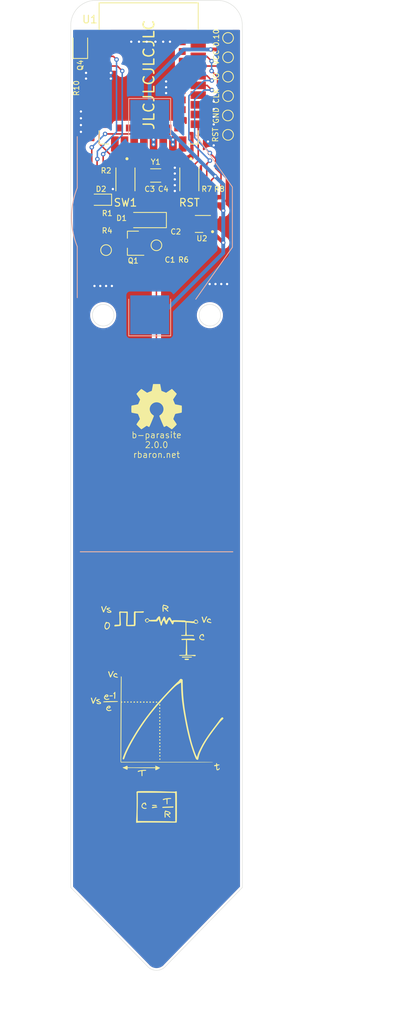
<source format=kicad_pcb>
(kicad_pcb (version 20221018) (generator pcbnew)
  (title_block (title "b-parasite") (date "2023-03-19") (rev "2.0.0") (company "rbaron.net"))
  (layers (0 "F.Cu" signal) (31 "B.Cu" signal) (34 "B.Paste" user) (35 "F.Paste" user) (36 "B.SilkS" user "B.Silkscreen") (37 "F.SilkS" user "F.Silkscreen") (38 "B.Mask" user) (39 "F.Mask" user) (44 "Edge.Cuts" user))
  (net 0 "")
  (net 1 "GND")
  (net 2 "SENS_OUT")
  (net 3 "Net-(U1B-P0.00{slash}XL1)")
  (net 4 "Net-(U1B-P0.01{slash}XL2)")
  (net 5 "Net-(D2-A)")
  (net 6 "+3V0")
  (net 7 "CPARA")
  (net 8 "Net-(Q1-B)")
  (net 9 "PHOTO_V")
  (net 10 "PHOTO_OUT")
  (net 11 "PWM")
  (net 12 "LED")
  (net 13 "SDA")
  (net 14 "SCL")
  (net 15 "RST")
  (net 16 "BTN1")
  (net 17 "SWDIO")
  (net 18 "SWDCLK")
  (net 28 "0.10")
  (footprint "Capacitor_SMD:C_0402_1005Metric" (layer "F.Cu") (at 69.762 59.069 -90)
    (fp_text reference "C1" (at 1.674 0) (layer "F.SilkS") (effects (font (size 0.7 0.7) (thickness 0.12))))
    (fp_text value "1n")
    (pad "1" smd roundrect (at -0.485 0 270) (size 0.59 0.64) (layers "F.Cu" "F.Paste" "F.Mask") (net 2 "SENS_OUT"))
    (pad "2" smd roundrect (at 0.485 0 270) (size 0.59 0.64) (layers "F.Cu" "F.Paste" "F.Mask") (net 1 "GND"))
  )
  (footprint "Resistor_SMD:R_0402_1005Metric" (layer "F.Cu") (at 71.54 59.069 -90)
    (fp_text reference "R6" (at 1.674 0) (layer "F.SilkS") (effects (font (size 0.7 0.7) (thickness 0.12))))
    (fp_text value "1M")
    (pad "1" smd roundrect (at -0.485 0 270) (size 0.59 0.64) (layers "F.Cu" "F.Paste" "F.Mask") (net 2 "SENS_OUT"))
    (pad "2" smd roundrect (at 0.485 0 270) (size 0.59 0.64) (layers "F.Cu" "F.Paste" "F.Mask") (net 1 "GND"))
  )
  (footprint "Resistor_SMD:R_0402_1005Metric" (layer "F.Cu") (at 61.53 57.822 180)
    (fp_text reference "R4" (at 0.015 0.9) (layer "F.SilkS") (effects (font (size 0.7 0.7) (thickness 0.12))))
    (fp_text value "10k")
    (pad "1" smd roundrect (at -0.485 0 180) (size 0.59 0.64) (layers "F.Cu" "F.Paste" "F.Mask") (net 8 "Net-(Q1-B)"))
    (pad "2" smd roundrect (at 0.485 0 180) (size 0.59 0.64) (layers "F.Cu" "F.Paste" "F.Mask") (net 11 "PWM"))
  )
  (footprint "Package_TO_SOT_SMD:SOT-23" (layer "F.Cu") (at 64.936 58.568 180)
    (fp_text reference "Q1" (at 0 -2.302 180) (layer "F.SilkS") (effects (font (size 0.7 0.7) (thickness 0.12))))
    (fp_text value "MMBT3906")
    (pad "1" smd rect (at -1 -0.95 180) (size 0.9 0.8) (layers "F.Cu" "F.Paste" "F.Mask") (net 8 "Net-(Q1-B)"))
    (pad "2" smd rect (at -1 0.95 180) (size 0.9 0.8) (layers "F.Cu" "F.Paste" "F.Mask") (net 7 "CPARA"))
    (pad "3" smd rect (at 1 0 180) (size 0.9 0.8) (layers "F.Cu" "F.Paste" "F.Mask") (net 1 "GND"))
  )
  (footprint "Resistor_SMD:R_0402_1005Metric" (layer "F.Cu") (at 61.53 55.663)
    (fp_text reference "R1" (at 0 -1.016) (layer "F.SilkS") (effects (font (size 0.7 0.7) (thickness 0.12))))
    (fp_text value "10k")
    (pad "1" smd roundrect (at -0.485 0) (size 0.59 0.64) (layers "F.Cu" "F.Paste" "F.Mask") (net 11 "PWM"))
    (pad "2" smd roundrect (at 0.485 0) (size 0.59 0.64) (layers "F.Cu" "F.Paste" "F.Mask") (net 7 "CPARA"))
  )
  (footprint "TestPoint:TestPoint_Pad_D1.0mm" (layer "F.Cu") (at 77.382 36.75 -90)
    (fp_text reference "TP1" hide)
    (fp_text value "IO" (at 0 1.55 90) (layer "F.SilkS") (effects (font (size 0.7 0.7) (thickness 0.12))))
    (pad "1" smd circle (at 0 0 270) (size 1 1) (layers "F.Cu" "F.Mask") (net 17 "SWDIO"))
  )
  (footprint "TestPoint:TestPoint_Pad_D1.0mm" (layer "F.Cu") (at 77.382 39.29 -90)
    (fp_text reference "TP2" hide)
    (fp_text value "CLK" (at 0 1.55 90) (layer "F.SilkS") (effects (font (size 0.7 0.7) (thickness 0.12))))
    (pad "1" smd circle (at 0 0 270) (size 1 1) (layers "F.Cu" "F.Mask") (net 18 "SWDCLK"))
  )
  (footprint "TestPoint:TestPoint_Pad_D1.0mm" (layer "F.Cu") (at 67.984 58.838 180)
    (fp_text reference "TP5" hide)
    (fp_text value "CPARA" hide)
    (pad "1" smd circle (at 0 0 180) (size 1 1) (layers "F.Cu" "F.Mask") (net 7 "CPARA"))
  )
  (footprint "TestPoint:TestPoint_Pad_D1.0mm" (layer "F.Cu") (at 61.38 59.473 180)
    (fp_text reference "TP6" hide)
    (fp_text value "PWM" hide)
    (pad "1" smd circle (at 0 0 180) (size 1 1) (layers "F.Cu" "F.Mask") (net 11 "PWM"))
  )
  (footprint "Resistor_SMD:R_0402_1005Metric" (layer "F.Cu") (at 61.38 50.202 180)
    (fp_text reference "R2" (at 0 1.143 180) (layer "F.SilkS") (effects (font (size 0.7 0.7) (thickness 0.12))))
    (fp_text value "1k" hide)
    (pad "1" smd roundrect (at -0.485 0 180) (size 0.59 0.64) (layers "F.Cu" "F.Paste" "F.Mask") (net 5 "Net-(D2-A)"))
    (pad "2" smd roundrect (at 0.485 0 180) (size 0.59 0.64) (layers "F.Cu" "F.Paste" "F.Mask") (net 12 "LED"))
  )
  (footprint "Capacitor_SMD:C_0402_1005Metric" (layer "F.Cu") (at 70.524 55.432 90)
    (fp_text reference "C2" (at -1.628 0) (layer "F.SilkS") (effects (font (size 0.7 0.7) (thickness 0.12))))
    (fp_text value "100n")
    (pad "1" smd roundrect (at -0.485 0 90) (size 0.59 0.64) (layers "F.Cu" "F.Paste" "F.Mask") (net 6 "+3V0"))
    (pad "2" smd roundrect (at 0.485 0 90) (size 0.59 0.64) (layers "F.Cu" "F.Paste" "F.Mask") (net 1 "GND"))
  )
  (footprint "Crystal:Crystal_SMD_3215-2Pin_3.2x1.5mm" (layer "F.Cu") (at 67.8885 49.694)
    (fp_text reference "Y1" (at 0 -1.778) (layer "F.SilkS") (effects (font (size 0.7 0.7) (thickness 0.12))))
    (fp_text value "32.768kHz")
    (pad "1" smd rect (at 1.25 0) (size 1 1.8) (layers "F.Cu" "F.Paste" "F.Mask") (net 4 "Net-(U1B-P0.01{slash}XL2)"))
    (pad "2" smd rect (at -1.25 0) (size 1 1.8) (layers "F.Cu" "F.Paste" "F.Mask") (net 3 "Net-(U1B-P0.00{slash}XL1)"))
  )
  (footprint "LED_SMD:LED_0603_1608Metric" (layer "F.Cu") (at 60.618 52.869 180)
    (fp_text reference "D2" (at -0.1015 1.397 180) (layer "F.SilkS") (effects (font (size 0.7 0.7) (thickness 0.12))))
    (fp_text value "LED")
    (pad "1" smd roundrect (at -0.7875 0 180) (size 0.875 0.95) (layers "F.Cu" "F.Paste" "F.Mask") (net 1 "GND"))
    (pad "2" smd roundrect (at 0.7875 0 180) (size 0.875 0.95) (layers "F.Cu" "F.Paste" "F.Mask") (net 5 "Net-(D2-A)"))
  )
  (footprint "Capacitor_SMD:C_0402_1005Metric" (layer "F.Cu") (at 68.8845 53.019 -90)
    (fp_text reference "C4" (at -1.547 0) (layer "F.SilkS") (effects (font (size 0.7 0.7) (thickness 0.12))))
    (fp_text value "12p")
    (pad "1" smd roundrect (at -0.485 0 270) (size 0.59 0.64) (layers "F.Cu" "F.Paste" "F.Mask") (net 4 "Net-(U1B-P0.01{slash}XL2)"))
    (pad "2" smd roundrect (at 0.485 0 270) (size 0.59 0.64) (layers "F.Cu" "F.Paste" "F.Mask") (net 1 "GND"))
  )
  (footprint "Capacitor_SMD:C_0402_1005Metric" (layer "F.Cu") (at 67.1065 52.996 90)
    (fp_text reference "C3" (at 1.524 0) (layer "F.SilkS") (effects (font (size 0.7 0.7) (thickness 0.12))))
    (fp_text value "12p")
    (pad "1" smd roundrect (at -0.485 0 90) (size 0.59 0.64) (layers "F.Cu" "F.Paste" "F.Mask") (net 1 "GND"))
    (pad "2" smd roundrect (at 0.485 0 90) (size 0.59 0.64) (layers "F.Cu" "F.Paste" "F.Mask") (net 3 "Net-(U1B-P0.00{slash}XL1)"))
  )
  (footprint "Resistor_SMD:R_0402_1005Metric" (layer "F.Cu") (at 74.588 53.019 -90)
    (fp_text reference "R7" (at -1.547 0) (layer "F.SilkS") (effects (font (size 0.7 0.7) (thickness 0.12))))
    (fp_text value "10k")
    (pad "1" smd roundrect (at -0.485 0 270) (size 0.59 0.64) (layers "F.Cu" "F.Paste" "F.Mask") (net 13 "SDA"))
    (pad "2" smd roundrect (at 0.485 0 270) (size 0.59 0.64) (layers "F.Cu" "F.Paste" "F.Mask") (net 6 "+3V0"))
  )
  (footprint "Resistor_SMD:R_0402_1005Metric" (layer "F.Cu") (at 76.239 53.019 90)
    (fp_text reference "R8" (at 1.547 0) (layer "F.SilkS") (effects (font (size 0.7 0.7) (thickness 0.12))))
    (fp_text value "10k")
    (pad "1" smd roundrect (at -0.485 0 90) (size 0.59 0.64) (layers "F.Cu" "F.Paste" "F.Mask") (net 6 "+3V0"))
    (pad "2" smd roundrect (at 0.485 0 90) (size 0.59 0.64) (layers "F.Cu" "F.Paste" "F.Mask") (net 14 "SCL"))
  )
  (footprint "kicad:Sensirion_DFN-4-1EP_2x2mm_P1mm_EP0.7x1.6mm" (layer "F.Cu") (at 74.08 56.044 180)
    (fp_text reference "U2" (at 0.127 -1.905) (layer "F.SilkS") (effects (font (size 0.7 0.7) (thickness 0.12))))
    (fp_text value "SHTC3")
    (pad "1" smd roundrect (at -0.925 -0.5 180) (size 0.55 0.35) (layers "F.Cu" "F.Mask") (net 6 "+3V0"))
    (pad "2" smd roundrect (at -0.925 0.5 180) (size 0.55 0.35) (layers "F.Cu" "F.Mask") (net 14 "SCL"))
    (pad "3" smd roundrect (at 0.925 0.5 180) (size 0.55 0.35) (layers "F.Cu" "F.Mask") (net 13 "SDA"))
    (pad "4" smd roundrect (at 0.925 -0.5 180) (size 0.55 0.35) (layers "F.Cu" "F.Mask") (net 1 "GND"))
    (pad "5" smd roundrect (at 0 0 180) (size 0.7 1.6) (layers "F.Cu" "F.Mask"))
  )
  (footprint "Diode_SMD:D_MiniMELF" (layer "F.Cu") (at 66.742 55.536 180)
    (fp_text reference "D1" (at 3.33 0.254 180) (layer "F.SilkS") (effects (font (size 0.7 0.7) (thickness 0.12))))
    (fp_text value "LL4148")
    (pad "1" smd rect (at -1.75 0 180) (size 1.3 1.7) (layers "F.Cu" "F.Paste" "F.Mask") (net 2 "SENS_OUT"))
    (pad "2" smd rect (at 1.75 0 180) (size 1.3 1.7) (layers "F.Cu" "F.Paste" "F.Mask") (net 7 "CPARA"))
  )
  (footprint "Symbol:OSHW-Symbol_6.7x6mm_SilkScreen" (layer "F.Cu") (at 68 80)
    (fp_text reference "REF**" hide)
    (fp_text value "OSHW-Symbol_6.7x6mm_SilkScreen" hide)
  )
  (footprint "TestPoint:TestPoint_Pad_D1.0mm" (layer "F.Cu") (at 77.382 44.37 -90)
    (fp_text reference "TP4" hide)
    (fp_text value "RST" (at 0 1.66 90) (layer "F.SilkS") (effects (font (size 0.7 0.7) (thickness 0.12))))
    (pad "1" smd circle (at 0 0 270) (size 1 1) (layers "F.Cu" "F.Mask") (net 15 "RST"))
  )
  (footprint "snapeda:E73-2G4M08S1C" (layer "F.Cu") (at 66.968 36.57255)
    (fp_text reference "U1" (at -7.718 -7.32255) (layer "F.SilkS"))
    (fp_text value "E73-2G4M08S1C")
    (pad "1" smd rect (at -6.5 -5.03) (size 2 1) (layers "F.Cu" "F.Paste" "F.Mask"))
    (pad "2" smd rect (at -6.5 -3.76) (size 2 1) (layers "F.Cu" "F.Paste" "F.Mask"))
    (pad "3" smd rect (at -6.5 -2.49) (size 2 1) (layers "F.Cu" "F.Paste" "F.Mask") (net 2 "SENS_OUT"))
    (pad "4" smd rect (at -6.5 -1.22) (size 2 1) (layers "F.Cu" "F.Paste" "F.Mask") (net 12 "LED"))
    (pad "5" smd rect (at -6.5 0.05) (size 2 1) (layers "F.Cu" "F.Paste" "F.Mask") (net 1 "GND"))
    (pad "6" smd rect (at -6.5 1.32) (size 2 1) (layers "F.Cu" "F.Paste" "F.Mask"))
    (pad "7" smd rect (at -6.5 2.59) (size 2 1) (layers "F.Cu" "F.Paste" "F.Mask") (net 10 "PHOTO_OUT"))
    (pad "8" smd rect (at -6.5 3.86) (size 2 1) (layers "F.Cu" "F.Paste" "F.Mask") (net 9 "PHOTO_V"))
    (pad "9" smd rect (at -6.5 5.13) (size 2 1) (layers "F.Cu" "F.Paste" "F.Mask"))
    (pad "10" smd rect (at -6.5 6.4) (size 2 1) (layers "F.Cu" "F.Paste" "F.Mask") (net 16 "BTN1"))
    (pad "11" smd rect (at -4.44 9) (size 1 2) (layers "F.Cu" "F.Paste" "F.Mask") (net 3 "Net-(U1B-P0.00{slash}XL1)"))
    (pad "12" smd rect (at -3.81 6.9) (size 0.9 0.9) (layers "F.Cu" "F.Paste" "F.Mask"))
    (pad "13" smd rect (at -3.17 9) (size 1 2) (layers "F.Cu" "F.Paste" "F.Mask") (net 4 "Net-(U1B-P0.01{slash}XL2)"))
    (pad "14" smd rect (at -2.54 6.9) (size 0.9 0.9) (layers "F.Cu" "F.Paste" "F.Mask"))
    (pad "15" smd rect (at -1.9 9) (size 1 2) (layers "F.Cu" "F.Paste" "F.Mask") (net 11 "PWM"))
    (pad "16" smd rect (at -1.27 6.9) (size 0.9 0.9) (layers "F.Cu" "F.Paste" "F.Mask"))
    (pad "17" smd rect (at -0.63 9) (size 1 2) (layers "F.Cu" "F.Paste" "F.Mask"))
    (pad "18" smd rect (at 0 6.9) (size 0.9 0.9) (layers "F.Cu" "F.Paste" "F.Mask"))
    (pad "19" smd rect (at 0.64 9) (size 1 2) (layers "F.Cu" "F.Paste" "F.Mask") (net 6 "+3V0"))
    (pad "20" smd rect (at 1.27 6.9) (size 0.9 0.9) (layers "F.Cu" "F.Paste" "F.Mask"))
    (pad "21" smd rect (at 1.91 9) (size 1 2) (layers "F.Cu" "F.Paste" "F.Mask") (net 1 "GND"))
    (pad "22" smd rect (at 2.54 6.9) (size 0.9 0.9) (layers "F.Cu" "F.Paste" "F.Mask"))
    (pad "23" smd rect (at 3.18 9) (size 1 2) (layers "F.Cu" "F.Paste" "F.Mask") (net 6 "+3V0"))
    (pad "24" smd rect (at 3.81 6.9) (size 0.9 0.9) (layers "F.Cu" "F.Paste" "F.Mask"))
    (pad "25" smd rect (at 4.45 9) (size 1 2) (layers "F.Cu" "F.Paste" "F.Mask"))
    (pad "26" smd rect (at 6.5 6.4) (size 2 1) (layers "F.Cu" "F.Paste" "F.Mask") (net 15 "RST"))
    (pad "27" smd rect (at 6.5 5.13) (size 2 1) (layers "F.Cu" "F.Paste" "F.Mask"))
    (pad "28" smd rect (at 4.4 4.495) (size 0.9 0.9) (layers "F.Cu" "F.Paste" "F.Mask"))
    (pad "29" smd rect (at 6.5 3.86) (size 2 1) (layers "F.Cu" "F.Paste" "F.Mask"))
    (pad "30" smd rect (at 4.4 3.225) (size 0.9 0.9) (layers "F.Cu" "F.Paste" "F.Mask"))
    (pad "31" smd rect (at 6.5 2.59) (size 2 1) (layers "F.Cu" "F.Paste" "F.Mask"))
    (pad "32" smd rect (at 4.4 1.955) (size 0.9 0.9) (layers "F.Cu" "F.Paste" "F.Mask"))
    (pad "33" smd rect (at 6.5 1.32) (size 2 1) (layers "F.Cu" "F.Paste" "F.Mask") (net 14 "SCL"))
    (pad "34" smd rect (at 4.4 0.685) (size 0.9 0.9) (layers "F.Cu" "F.Paste" "F.Mask"))
    (pad "35" smd rect (at 6.5 0.05) (size 2 1) (layers "F.Cu" "F.Paste" "F.Mask") (net 13 "SDA"))
    (pad "36" smd rect (at 4.4 -0.585) (size 0.9 0.9) (layers "F.Cu" "F.Paste" "F.Mask"))
    (pad "37" smd rect (at 6.5 -1.22) (size 2 1) (layers "F.Cu" "F.Paste" "F.Mask") (net 17 "SWDIO"))
    (pad "38" smd rect (at 4.4 -1.855) (size 0.9 0.9) (layers "F.Cu" "F.Paste" "F.Mask"))
    (pad "39" smd rect (at 6.5 -2.49) (size 2 1) (layers "F.Cu" "F.Paste" "F.Mask") (net 18 "SWDCLK"))
    (pad "40" smd rect (at 4.4 -3.125) (size 0.9 0.9) (layers "F.Cu" "F.Paste" "F.Mask"))
    (pad "41" smd rect (at 6.5 -3.76) (size 2 1) (layers "F.Cu" "F.Paste" "F.Mask"))
    (pad "42" smd rect (at 4.4 -4.395) (size 0.9 0.9) (layers "F.Cu" "F.Paste" "F.Mask"))
    (pad "43" smd rect (at 6.5 -5.03) (size 2 1) (layers "F.Cu" "F.Paste" "F.Mask") (net 28 "0.10"))
  )
  (footprint "Resistor_SMD:R_0402_1005Metric" (layer "F.Cu") (at 58.5 38.25 -90)
    (fp_text reference "R10" (at 0 1.016 -270) (layer "F.SilkS") (effects (font (size 0.7 0.7) (thickness 0.12))))
    (fp_text value "470")
    (pad "1" smd roundrect (at -0.485 0 270) (size 0.59 0.64) (layers "F.Cu" "F.Paste" "F.Mask") (net 1 "GND"))
    (pad "2" smd roundrect (at 0.485 0 270) (size 0.59 0.64) (layers "F.Cu" "F.Paste" "F.Mask") (net 10 "PHOTO_OUT"))
  )
  (footprint "LED_SMD:LED_0805_2012Metric" (layer "F.Cu") (at 58 32.676 90)
    (fp_text reference "Q4" (at -2.574 0 90) (layer "F.SilkS") (effects (font (size 0.7 0.7) (thickness 0.12) bold)))
    (fp_text value "Q_Photo_NPN")
    (pad "1" smd roundrect (at -0.9375 0 90) (size 0.975 1.4) (layers "F.Cu" "F.Paste" "F.Mask") (net 9 "PHOTO_V"))
    (pad "2" smd roundrect (at 0.9375 0 90) (size 0.975 1.4) (layers "F.Cu" "F.Paste" "F.Mask") (net 10 "PHOTO_OUT"))
  )
  (footprint "TestPoint:TestPoint_Pad_D1.0mm" (layer "F.Cu") (at 77.382 34.21 -90)
    (fp_text reference "TP7" hide)
    (fp_text value "VCC" (at 0 1.55 90) (layer "F.SilkS") (effects (font (size 0.7 0.7) (thickness 0.12))))
    (pad "1" smd circle (at 0 0 270) (size 1 1) (layers "F.Cu" "F.Mask") (net 6 "+3V0"))
  )
  (footprint "snapeda:SW_B3U-1000P" (layer "F.Cu") (at 72.302 50.202 -90)
    (fp_text reference "RST1" hide)
    (fp_text value "B3U-1000P")
    (fp_text user "RST" (at 3.048 0 unlocked) (layer "F.SilkS"))
    (pad "1" smd rect (at -1.7 0) (size 1.7 0.8) (layers "F.Cu" "F.Paste" "F.Mask") (net 15 "RST"))
    (pad "2" smd rect (at 1.7 0) (size 1.7 0.8) (layers "F.Cu" "F.Paste" "F.Mask") (net 1 "GND"))
  )
  (footprint "b-parasite:circuit_drawing" (layer "F.Cu") (at 67.984 120.052)
    (fp_text reference "G***" hide)
    (fp_text value "LOGO" hide)
  )
  (footprint "snapeda:SW_B3U-1000P" (layer "F.Cu") (at 63.92 50.202 -90)
    (fp_text reference "SW1" (at 3.048 0) (layer "F.SilkS"))
    (fp_text value "B3U-1000P")
    (pad "1" smd rect (at -1.7 0) (size 1.7 0.8) (layers "F.Cu" "F.Paste" "F.Mask") (net 16 "BTN1"))
    (pad "2" smd rect (at 1.7 0) (size 1.7 0.8) (layers "F.Cu" "F.Paste" "F.Mask") (net 1 "GND"))
  )
  (footprint "TestPoint:TestPoint_Pad_D1.0mm" (layer "F.Cu") (at 77.382 31.67 -90)
    (fp_text reference "TP8" hide)
    (fp_text value "0.10" (at 0 1.55 90) (layer "F.SilkS") (effects (font (size 0.7 0.7) (thickness 0.12))))
    (pad "1" smd circle (at 0 0 270) (size 1 1) (layers "F.Cu" "F.Mask") (net 28 "0.10"))
  )
  (footprint "TestPoint:TestPoint_Pad_D1.0mm" (layer "F.Cu") (at 77.362 41.83 -90)
    (fp_text reference "TP3" hide)
    (fp_text value "GND" (at 0 1.55 90) (layer "F.SilkS") (effects (font (size 0.7 0.7) (thickness 0.12))))
    (pad "1" smd circle (at 0 0 270) (size 1 1) (layers "F.Cu" "F.Mask") (net 1 "GND"))
  )
  (footprint "kicad:BatteryHolder_Keystone_3002_1x2032" (layer "B.Cu") (at 67.1 55.155 -90)
    (fp_text reference "BT1" hide)
    (fp_text value "Battery_Cell")
    (pad "1" smd rect (at -12.8 0 270) (size 5.1 5.1) (layers "B.Cu" "B.Paste" "B.Mask") (net 6 "+3V0"))
    (pad "1" smd rect (at 12.8 0 270) (size 5.1 5.1) (layers "B.Cu" "B.Paste" "B.Mask") (net 6 "+3V0"))
    (pad "2" smd circle (at 0 0 270) (size 17.8 17.8) (layers "B.Cu" "B.Mask") (net 1 "GND"))
  )
  (gr_line (start 58 99) (end 78 99) (stroke (width 0.12)) (layer "B.SilkS"))
  (gr_line (start 58 99) (end 78 99) (stroke (width 0.12)) (layer "F.SilkS"))
  (gr_circle (center 75.35 57.06) (end 75.45 57.06) (stroke (width 0.2)) (fill solid) (layer "F.SilkS"))
  (gr_line (start 60 26.75) (end 76 26.75) (stroke (width 0.05)) (layer "Edge.Cuts"))
  (gr_arc (start 69.250001 153.249998) (mid 68.000001 153.850781) (end 66.750001 153.249999) (stroke (width 0.05)) (layer "Edge.Cuts"))
  (gr_line (start 66.75 153.25) (end 56.75 143) (stroke (width 0.05)) (layer "Edge.Cuts"))
  (gr_line (start 69.25 153.25) (end 79.25 143) (stroke (width 0.05)) (layer "Edge.Cuts"))
  (gr_line (start 56.75 30) (end 56.75 143) (stroke (width 0.05)) (layer "Edge.Cuts"))
  (gr_line (start 79.25 143) (end 79.25 30) (stroke (width 0.05)) (layer "Edge.Cuts"))
  (gr_circle (center 75 68) (end 76 69) (stroke (width 0.05)) (fill none) (layer "Edge.Cuts"))
  (gr_arc (start 56.75 30) (mid 57.701903 27.701903) (end 60 26.75) (stroke (width 0.05)) (layer "Edge.Cuts"))
  (gr_circle (center 61 68) (end 62 67) (stroke (width 0.05)) (fill none) (layer "Edge.Cuts"))
  (gr_arc (start 76 26.75) (mid 78.298097 27.701903) (end 79.25 30) (stroke (width 0.05)) (layer "Edge.Cuts"))
  (gr_text "b-parasite\n2.0.0\nrbaron.net" (at 68 85) (layer "F.SilkS") (effects (font (size 0.8 0.8) (thickness 0.1))))
  (gr_text "JLCJLCJLCJLC" (at 67 36.5 90) (layer "F.SilkS") (effects (font (size 1.4 1.4) (thickness 0.2))))
  (segment (start 70.397 48.220572) (end 70.397 48.678) (width 0.5) (layer "F.Cu") (net 1))
  (segment (start 73.155 56.544) (end 72.421 56.544) (width 0.5) (layer "F.Cu") (net 1))
  (segment (start 63.92 51.902) (end 63.92 53.481) (width 0.5) (layer "F.Cu") (net 1))
  (segment (start 67.1065 53.481) (end 68.8615 53.481) (width 0.5) (layer "F.Cu") (net 1))
  (segment (start 72.421 56.544) (end 70.905 55.028) (width 0.5) (layer "F.Cu") (net 1))
  (segment (start 62.0175 53.481) (end 61.4055 52.869) (width 0.5) (layer "F.Cu") (net 1))
  (segment (start 68.878 45.57255) (end 68.878 46.701572) (width 0.5) (layer "F.Cu") (net 1))
  (segment (start 58.5 37.765) (end 58.5 37.25) (width 0.2) (layer "F.Cu") (net 1))
  (segment (start 58.5 37.25) (end 58.75 37) (width 0.2) (layer "F.Cu") (net 1))
  (segment (start 63.92 53.481) (end 62.0175 53.481) (width 0.5) (layer "F.Cu") (net 1))
  (segment (start 63.92 53.481) (end 67.1065 53.481) (width 0.5) (layer "F.Cu") (net 1))
  (segment (start 68.878 46.701572) (end 70.397 48.220572) (width 0.5) (layer "F.Cu") (net 1))
  (via (at 62 36.25) (size 0.6) (drill 0.3) (layers "F.Cu" "B.Cu") (net 1))
  (via (at 74.75 45.25) (size 0.6) (drill 0.3) (layers "F.Cu" "B.Cu") (net 1))
  (via (at 74.969 63.918) (size 0.6) (drill 0.3) (layers "F.Cu" "B.Cu") (net 1))
  (via (at 75.731 63.918) (size 0.6) (drill 0.3) (layers "F.Cu" "B.Cu") (net 1))
  (via (at 58.75 37) (size 0.6) (drill 0.3) (layers "F.Cu" "B.Cu") (net 1))
  (via (at 60.618 64.172) (size 0.6) (drill 0.3) (layers "F.Cu" "B.Cu") (net 1))
  (via (at 58.078 42.201) (size 0.6) (drill 0.3) (layers "F.Cu" "B.Cu") (net 1))
  (via (at 77.255 63.918) (size 0.6) (drill 0.3) (layers "F.Cu" "B.Cu") (net 1))
  (via (at 64.682 32.168) (size 0.6) (drill 0.3) (layers "F.Cu" "B.Cu") (net 1))
  (via (at 62.269 51.472) (size 0.6) (drill 0.3) (layers "F.Cu" "B.Cu") (net 1))
  (via (at 58.078 43.979) (size 0.6) (drill 0.3) (layers "F.Cu" "B.Cu") (net 1))
  (via (at 70.397 51.726) (size 0.6) (drill 0.3) (layers "F.Cu" "B.Cu") (net 1))
  (via (at 58.75 36.25) (size 0.6) (drill 0.3) (layers "F.Cu" "B.Cu") (net 1))
  (via (at 69.254 38.899) (size 0.6) (drill 0.3) (layers "F.Cu" "B.Cu") (net 1))
  (via (at 76.493 63.918) (size 0.6) (drill 0.3) (layers "F.Cu" "B.Cu") (net 1))
  (via (at 58.078 41.312) (size 0.6) (drill 0.3) (layers "F.Cu" "B.Cu") (net 1))
  (via (at 59.856 64.172) (size 0.6) (drill 0.3) (layers "F.Cu" "B.Cu") (net 1))
  (via (at 70.397 48.678) (size 0.6) (drill 0.3) (layers "F.Cu" "B.Cu") (net 1))
  (via (at 75.5 43) (size 0.6) (drill 0.3) (layers "F.Cu" "B.Cu") (net 1))
  (via (at 61.38 64.172) (size 0.6) (drill 0.3) (layers "F.Cu" "B.Cu") (net 1))
  (via (at 67.857 32.168) (size 0.6) (drill 0.3) (layers "F.Cu" "B.Cu") (net 1))
  (via (at 68.873 32.168) (size 0.6) (drill 0.3) (layers "F.Cu" "B.Cu") (net 1))
  (via (at 66.714 32.168) (size 0.6) (drill 0.3) (layers "F.Cu" "B.Cu") (net 1))
  (via (at 62 37) (size 0.6) (drill 0.3) (layers "F.Cu" "B.Cu") (net 1))
  (via (at 70.397 50.202) (size 0.6) (drill 0.3) (layers "F.Cu" "B.Cu") (net 1))
  (via (at 75.5 45.75) (size 0.6) (drill 0.3) (layers "F.Cu" "B.Cu") (net 1))
  (via (at 65.698 32.168) (size 0.6) (drill 0.3) (layers "F.Cu" "B.Cu") (net 1))
  (via (at 69.254 37.375) (size 0.6) (drill 0.3) (layers "F.Cu" "B.Cu") (net 1))
  (via (at 62.142 64.172) (size 0.6) (drill 0.3) (layers "F.Cu" "B.Cu") (net 1))
  (via (at 75.5 41) (size 0.6) (drill 0.3) (layers "F.Cu" "B.Cu") (net 1))
  (via (at 70.397 49.44) (size 0.6) (drill 0.3) (layers "F.Cu" "B.Cu") (net 1))
  (via (at 69.762 32.168) (size 0.6) (drill 0.3) (layers "F.Cu" "B.Cu") (net 1))
  (via (at 70.397 50.964) (size 0.6) (drill 0.3) (layers "F.Cu" "B.Cu") (net 1))
  (via (at 75.5 40) (size 0.6) (drill 0.3) (layers "F.Cu" "B.Cu") (net 1))
  (via (at 58.078 43.09) (size 0.6) (drill 0.3) (layers "F.Cu" "B.Cu") (net 1))
  (via (at 69.254 38.137) (size 0.6) (drill 0.3) (layers "F.Cu" "B.Cu") (net 1))
  (via (at 75.5 42) (size 0.6) (drill 0.3) (layers "F.Cu" "B.Cu") (net 1))
  (segment (start 68.492 57.314) (end 69.762 58.584) (width 0.2) (layer "F.Cu") (net 2))
  (segment (start 60.202 47.57) (end 60.237 47.535) (width 0.2) (layer "F.Cu") (net 2))
  (segment (start 68.492 55.536) (end 66.968 55.536) (width 0.2) (layer "F.Cu") (net 2))
  (segment (start 65.53052 54.09852) (end 59.43452 54.09852) (width 0.2) (layer "F.Cu") (net 2))
  (segment (start 62.33255 34.08255) (end 60.468 34.08255) (width 0.2) (layer "F.Cu") (net 2))
  (segment (start 68.492 55.536) (end 68.492 57.314) (width 0.2) (layer "F.Cu") (net 2))
  (segment (start 58.986 53.65) (end 58.986 51.834) (width 0.2) (layer "F.Cu") (net 2))
  (segment (start 58.986 51.834) (end 60.202 50.618) (width 0.2) (layer "F.Cu") (net 2))
  (segment (start 60.237 47.535) (end 60.364 47.662) (width 0.2) (layer "F.Cu") (net 2))
  (segment (start 66.968 55.536) (end 65.53052 54.09852) (width 0.2) (layer "F.Cu") (net 2))
  (segment (start 60.202 50.618) (end 60.202 47.57) (width 0.2) (layer "F.Cu") (net 2))
  (segment (start 69.762 58.584) (end 71.286 58.584) (width 0.2) (layer "F.Cu") (net 2))
  (segment (start 59.43452 54.09852) (end 58.986 53.65) (width 0.2) (layer "F.Cu") (net 2))
  (segment (start 62.75 34.5) (end 62.33255 34.08255) (width 0.2) (layer "F.Cu") (net 2))
  (via (at 60.237 47.535) (size 0.6) (drill 0.3) (layers "F.Cu" "B.Cu") (net 2))
  (via (at 62.75 34.5) (size 0.6) (drill 0.3) (layers "F.Cu" "B.Cu") (net 2))
  (segment (start 60.237 46.513) (end 60.237 47.535) (width 0.2) (layer "B.Cu") (net 2))
  (segment (start 62.75 34.5) (end 62.75 44) (width 0.2) (layer "B.Cu") (net 2))
  (segment (start 62.75 44) (end 60.237 46.513) (width 0.2) (layer "B.Cu") (net 2))
  (segment (start 65.698 47.554) (end 66.6385 48.4945) (width 0.2) (layer "F.Cu") (net 3))
  (segment (start 63.983764 47.154) (end 64.383765 47.554) (width 0.2) (layer "F.Cu") (net 3))
  (segment (start 64.383765 47.554) (end 65.698 47.554) (width 0.2) (layer "F.Cu") (net 3))
  (segment (start 62.528 46.77255) (end 62.90945 47.154) (width 0.2) (layer "F.Cu") (net 3))
  (segment (start 62.528 45.57255) (end 62.528 46.77255) (width 0.2) (layer "F.Cu") (net 3))
  (segment (start 66.6385 52.043) (end 67.1065 52.511) (width 0.2) (layer "F.Cu") (net 3))
  (segment (start 66.6385 48.4945) (end 66.6385 49.694) (width 0.2) (layer "F.Cu") (net 3))
  (segment (start 66.6385 49.694) (end 66.6385 52.043) (width 0.2) (layer "F.Cu") (net 3))
  (segment (start 62.90945 47.154) (end 63.983764 47.154) (width 0.2) (layer "F.Cu") (net 3))
  (segment (start 64.54945 47.154) (end 67.709685 47.154) (width 0.2) (layer "F.Cu") (net 4))
  (segment (start 63.798 45.57255) (end 63.798 46.40255) (width 0.2) (layer "F.Cu") (net 4))
  (segment (start 69.1385 49.694) (end 69.1385 52.28) (width 0.2) (layer "F.Cu") (net 4))
  (segment (start 69.1385 48.582815) (end 69.1385 49.694) (width 0.2) (layer "F.Cu") (net 4))
  (segment (start 68.8845 52.534) (end 69.1385 52.28) (width 0.2) (layer "F.Cu") (net 4))
  (segment (start 67.709685 47.154) (end 69.1385 48.582815) (width 0.2) (layer "F.Cu") (net 4))
  (segment (start 63.798 46.40255) (end 64.54945 47.154) (width 0.2) (layer "F.Cu") (net 4))
  (segment (start 59.8305 52.869) (end 59.8305 52.2365) (width 0.2) (layer "F.Cu") (net 5))
  (segment (start 59.8305 52.2365) (end 61.865 50.202) (width 0.2) (layer "F.Cu") (net 5))
  (segment (start 76.366 33.184) (end 76.366 33.194) (width 0.5) (layer "F.Cu") (net 6))
  (segment (start 76.75 54.3) (end 76.239 53.789) (width 0.5) (layer "F.Cu") (net 6))
  (segment (start 75.096 57.568) (end 75.096 56.635) (width 0.5) (layer "F.Cu") (net 6))
  (segment (start 67.603 44.37755) (end 67.603 44.995) (width 0.2) (layer "F.Cu") (net 6))
  (segment (start 70.148 44.37255) (end 70.048489 44.273039) (width 0.2) (layer "F.Cu") (net 6))
  (segment (start 72.175 57.568) (end 75.096 57.568) (width 0.5) (layer "F.Cu") (net 6))
  (segment (start 70.148 45.57255) (end 70.148 44.37255) (width 0.2) (layer "F.Cu") (net 6))
  (segment (start 76.366 33.194) (end 77.382 34.21) (width 0.5) (layer "F.Cu") (net 6))
  (segment (start 76.239 53.789) (end 76.239 53.504) (width 0.5) (layer "F.Cu") (net 6))
  (segment (start 75.818 57.568) (end 75.096 57.568) (width 0.5) (layer "F.Cu") (net 6))
  (segment (start 75.20752 52.88448) (end 74.588 53.504) (width 0.2) (layer "F.Cu") (net 6))
  (segment (start 75.20752 50.29248) (end 75.20752 52.88448) (width 0.2) (layer "F.Cu") (net 6))
  (segment (start 70.524 55.917) (end 72.175 57.568) (width 0.5) (layer "F.Cu") (net 6))
  (segment (start 70.048489 44.273039) (end 67.707511 44.273039) (width 0.2) (layer "F.Cu") (net 6))
  (segment (start 75.701089 49.798911) (end 75.20752 50.29248) (width 0.2) (layer "F.Cu") (net 6))
  (segment (start 67.707511 44.273039) (end 67.603 44.37755) (width 0.2) (layer "F.Cu") (net 6))
  (segment (start 76.75 58.5) (end 75.818 57.568) (width 0.5) (layer "F.Cu") (net 6))
  (segment (start 75.096 33.184) (end 76.366 33.184) (width 0.5) (layer "F.Cu") (net 6))
  (via (at 67.603 45.63) (size 0.6) (drill 0.3) (layers "F.Cu" "B.Cu") (net 6))
  (via (at 75.096 33.184) (size 0.6) (drill 0.3) (layers "F.Cu" "B.Cu") (net 6))
  (via (at 67.603 44.995) (size 0.6) (drill 0.3) (layers "F.Cu" "B.Cu") (net 6))
  (via (at 75.701089 49.798911) (size 0.6) (drill 0.3) (layers "F.Cu" "B.Cu") (net 6))
  (via (at 76.75 58.5) (size 0.6) (drill 0.3) (layers "F.Cu" "B.Cu") (net 6))
  (via (at 70.148 44.995) (size 0.6) (drill 0.3) (layers "F.Cu" "B.Cu") (net 6))
  (via (at 70.143 45.63) (size 0.6) (drill 0.3) (layers "F.Cu" "B.Cu") (net 6))
  (via (at 76.75 54.3) (size 0.6) (drill 0.3) (layers "F.Cu" "B.Cu") (net 6))
  (segment (start 70.143 45.57755) (end 70.148 45.57255) (width 0.5) (layer "B.Cu") (net 6))
  (segment (start 70.148 45.148) (end 67.1 42.1) (width 0.5) (layer "B.Cu") (net 6))
  (segment (start 75.701089 49.798911) (end 68.002178 42.1) (width 0.5) (layer "B.Cu") (net 6))
  (segment (start 76.75 50.847822) (end 75.701089 49.798911) (width 0.5) (layer "B.Cu") (net 6))
  (segment (start 71.54 33.184) (end 75.096 33.184) (width 0.5) (layer "B.Cu") (net 6))
  (segment (start 76.75 58.5) (end 76.75 50.847822) (width 0.5) (layer "B.Cu") (net 6))
  (segment (start 76.75 58.5) (end 76.75 59.851) (width 0.5) (layer "B.Cu") (net 6))
  (segment (start 67.1 42.1) (end 67.1 37.624) (width 0.5) (layer "B.Cu") (net 6))
  (segment (start 67.603 44.995) (end 67.603 42.603) (width 0.5) (layer "B.Cu") (net 6))
  (segment (start 68.002178 42.1) (end 67.1 42.1) (width 0.5) (layer "B.Cu") (net 6))
  (segment (start 67.603 45.63) (end 67.603 44.995) (width 0.5) (layer "B.Cu") (net 6))
  (segment (start 76.75 59.851) (end 68.901 67.7) (width 0.5) (layer "B.Cu") (net 6))
  (segment (start 70.148 45.57255) (end 70.148 45.148) (width 0.5) (layer "B.Cu") (net 6))
  (segment (start 67.603 42.603) (end 67.1 42.1) (width 0.5) (layer "B.Cu") (net 6))
  (segment (start 67.1 37.624) (end 71.54 33.184) (width 0.5) (layer "B.Cu") (net 6))
  (segment (start 64.992 56.674) (end 65.936 57.618) (width 0.2) (layer "F.Cu") (net 7))
  (segment (start 62.65 85.381) (end 67.984 90.715) (width 0.2) (layer "F.Cu") (net 7))
  (segment (start 67.984 101.984) (end 68 102) (width 0.2) (layer "F.Cu") (net 7))
  (segment (start 68 102) (end 68 142) (width 10) (layer "F.Cu") (net 7))
  (segment (start 67.984 58.838) (end 67.984 74.078) (width 0.2) (layer "F.Cu") (net 7))
  (segment (start 62.015 55.663) (end 62.142 55.536) (width 0.2) (layer "F.Cu") (net 7))
  (segment (start 67.984 90.715) (end 67.984 101.984) (width 0.2) (layer "F.Cu") (net 7))
  (segment (start 62.142 55.536) (end 64.992 55.536) (width 0.2) (layer "F.Cu") (net 7))
  (segment (start 64.992 55.536) (end 64.992 56.674) (width 0.2) (layer "F.Cu") (net 7))
  (segment (start 62.65 79.412) (end 62.65 85.381) (width 0.2) (layer "F.Cu") (net 7))
  (segment (start 66.764 57.618) (end 67.984 58.838) (width 0.2) (layer "F.Cu") (net 7))
  (segment (start 67.984 74.078) (end 62.65 79.412) (width 0.2) (layer "F.Cu") (net 7))
  (segment (start 65.936 57.618) (end 66.764 57.618) (width 0.2) (layer "F.Cu") (net 7))
  (segment (start 65.936 59.518) (end 65.936 59.118) (width 0.2) (layer "F.Cu") (net 8))
  (segment (start 64.132 57.314) (end 62.523 57.314) (width 0.2) (layer "F.Cu") (net 8))
  (segment (start 65.936 59.118) (end 64.132 57.314) (width 0.2) (layer "F.Cu") (net 8))
  (segment (start 62.523 57.314) (end 62.015 57.822) (width 0.2) (layer "F.Cu") (net 8))
  (segment (start 57.48 38.98) (end 57.48 34.1335) (width 0.2) (layer "F.Cu") (net 9))
  (segment (start 60.468 40.43255) (end 58.93255 40.43255) (width 0.2) (layer "F.Cu") (net 9))
  (segment (start 57.48 34.1335) (end 58 33.6135) (width 0.2) (layer "F.Cu") (net 9))
  (segment (start 58.93255 40.43255) (end 57.48 38.98) (width 0.2) (layer "F.Cu") (net 9))
  (segment (start 57.88 38.115) (end 58.5 38.735) (width 0.2) (layer "F.Cu") (net 10))
  (segment (start 59 32.7385) (end 59 34.089232) (width 0.2) (layer "F.Cu") (net 10))
  (segment (start 59 34.089232) (end 57.88 35.209232) (width 0.2) (layer "F.Cu") (net 10))
  (segment (start 58.5 38.735) (end 58.92755 39.16255) (width 0.2) (layer "F.Cu") (net 10))
  (segment (start 58.92755 39.16255) (end 60.468 39.16255) (width 0.2) (layer "F.Cu") (net 10))
  (segment (start 57.88 35.209232) (end 57.88 38.115) (width 0.2) (layer "F.Cu") (net 10))
  (segment (start 58 31.7385) (end 59 32.7385) (width 0.2) (layer "F.Cu") (net 10))
  (segment (start 60.237 55.663) (end 61.045 55.663) (width 0.2) (layer "F.Cu") (net 11))
  (segment (start 61.045 57.822) (end 61.045 55.663) (width 0.2) (layer "F.Cu") (net 11))
  (segment (start 58.586 51.37) (end 58.586 54.012) (width 0.2) (layer "F.Cu") (net 11))
  (segment (start 59.5 50.456) (end 58.586 51.37) (width 0.2) (layer "F.Cu") (net 11))
  (segment (start 64.94545 44.25) (end 65.068 44.37255) (width 0.2) (layer "F.Cu") (net 11))
  (segment (start 61.38 59.473) (end 61.045 59.138) (width 0.2) (layer "F.Cu") (net 11))
  (segment (start 58.586 54.012) (end 60.237 55.663) (width 0.2) (layer "F.Cu") (net 11))
  (segment (start 65.068 44.37255) (end 65.068 45.57255) (width 0.2) (layer "F.Cu") (net 11))
  (segment (start 59.5 46) (end 59.5 50.456) (width 0.2) (layer "F.Cu") (net 11))
  (segment (start 61.045 59.138) (end 61.045 57.822) (width 0.2) (layer "F.Cu") (net 11))
  (segment (start 61.25 44.25) (end 64.94545 44.25) (width 0.2) (layer "F.Cu") (net 11))
  (via (at 61.25 44.25) (size 0.6) (drill 0.3) (layers "F.Cu" "B.Cu") (net 11))
  (via (at 59.5 46) (size 0.6) (drill 0.3) (layers "F.Cu" "B.Cu") (net 11))
  (segment (start 59.5 46) (end 61.25 44.25) (width 0.2) (layer "B.Cu") (net 11))
  (segment (start 62.85255 35.35255) (end 60.468 35.35255) (width 0.2) (layer "F.Cu") (net 12))
  (segment (start 63.5 36) (end 62.85255 35.35255) (width 0.2) (layer "F.Cu") (net 12))
  (segment (start 61.022 46.923) (end 60.999 46.9) (width 0.2) (layer "F.Cu") (net 12))
  (segment (start 60.999 46.9) (end 60.999 50.098) (width 0.2) (layer "F.Cu") (net 12))
  (segment (start 60.999 50.098) (end 60.895 50.202) (width 0.2) (layer "F.Cu") (net 12))
  (via (at 60.999 46.9) (size 0.6) (drill 0.3) (layers "F.Cu" "B.Cu") (net 12))
  (via (at 63.5 36) (size 0.6) (drill 0.3) (layers "F.Cu" "B.Cu") (net 12))
  (segment (start 63.5 44.399) (end 60.999 46.9) (width 0.2) (layer "B.Cu") (net 12))
  (segment (start 63.5 36) (end 63.5 44.399) (width 0.2) (layer "B.Cu") (net 12))
  (segment (start 74.588 48.162) (end 74.588 52.534) (width 0.2) (layer "F.Cu") (net 13))
  (segment (start 73.155 53.967) (end 73.155 55.544) (width 0.2) (layer "F.Cu") (net 13))
  (segment (start 74.62255 36.62255) (end 75.25 37.25) (width 0.2) (layer "F.Cu") (net 13))
  (segment (start 73.468 36.62255) (end 74.62255 36.62255) (width 0.2) (layer "F.Cu") (net 13))
  (segment (start 74.588 52.534) (end 73.155 53.967) (width 0.2) (layer "F.Cu") (net 13))
  (segment (start 75 47.75) (end 74.588 48.162) (width 0.2) (layer "F.Cu") (net 13))
  (via (at 75 47.75) (size 0.6) (drill 0.3) (layers "F.Cu" "B.Cu") (net 13))
  (via (at 75.25 37.25) (size 0.6) (drill 0.3) (layers "F.Cu" "B.Cu") (net 13))
  (segment (start 75 47.75) (end 72.25 45) (width 0.2) (layer "B.Cu") (net 13))
  (segment (start 74.25 37.25) (end 75.25 37.25) (width 0.2) (layer "B.Cu") (net 13))
  (segment (start 72.25 39.25) (end 74.25 37.25) (width 0.2) (layer "B.Cu") (net 13))
  (segment (start 72.25 45) (end 72.25 39.25) (width 0.2) (layer "B.Cu") (net 13))
  (segment (start 76.458 52.315) (end 76.239 52.534) (width 0.2) (layer "F.Cu") (net 14))
  (segment (start 74.64255 37.89255) (end 75.25 38.5) (width 0.2) (layer "F.Cu") (net 14))
  (segment (start 75 46.75) (end 75.75 47.5) (width 0.2) (layer "F.Cu") (net 14))
  (segment (start 76.458 49.458) (end 76.458 52.315) (width 0.2) (layer "F.Cu") (net 14))
  (segment (start 75.75 48.75) (end 76.458 49.458) (width 0.2) (layer "F.Cu") (net 14))
  (segment (start 73.468 37.89255) (end 74.64255 37.89255) (width 0.2) (layer "F.Cu") (net 14))
  (segment (start 75.61948 53.15352) (end 75.61948 54.92952) (width 0.2) (layer "F.Cu") (net 14))
  (segment (start 76.239 52.534) (end 75.61948 53.15352) (width 0.2) (layer "F.Cu") (net 14))
  (segment (start 75.61948 54.92952) (end 75.005 55.544) (width 0.2) (layer "F.Cu") (net 14))
  (segment (start 75.75 47.5) (end 75.75 48.75) (width 0.2) (layer "F.Cu") (net 14))
  (via (at 75.25 38.5) (size 0.6) (drill 0.3) (layers "F.Cu" "B.Cu") (net 14))
  (via (at 75 46.75) (size 0.6) (drill 0.3) (layers "F.Cu" "B.Cu") (net 14))
  (segment (start 73 44.75) (end 73 39.75) (width 0.2) (layer "B.Cu") (net 14))
  (segment (start 73 39.75) (end 74.25 38.5) (width 0.2) (layer "B.Cu") (net 14))
  (segment (start 75 46.75) (end 73 44.75) (width 0.2) (layer "B.Cu") (net 14))
  (segment (start 74.25 38.5) (end 75.25 38.5) (width 0.2) (layer "B.Cu") (net 14))
  (segment (start 73.468 44.25) (end 73.468 47.782) (width 0.2) (layer "F.Cu") (net 15))
  (segment (start 73.588 44.37) (end 73.468 44.25) (width 0.2) (layer "F.Cu") (net 15))
  (segment (start 72.302 48.502) (end 72.748 48.502) (width 0.2) (layer "F.Cu") (net 15))
  (segment (start 73.468 44.25) (end 73.468 42.97255) (width 0.2) (layer "F.Cu") (net 15))
  (segment (start 77.382 44.37) (end 73.588 44.37) (width 0.2) (layer "F.Cu") (net 15))
  (segment (start 72.748 48.502) (end 73.468 47.782) (width 0.2) (layer "F.Cu") (net 15))
  (segment (start 63.47 48.502) (end 60.468 45.5) (width 0.2) (layer "F.Cu") (net 16))
  (segment (start 63.92 48.502) (end 63.47 48.502) (width 0.2) (layer "F.Cu") (net 16))
  (segment (start 60.468 45.5) (end 60.468 42.97255) (width 0.2) (layer "F.Cu") (net 16))
  (segment (start 75.98455 35.35255) (end 73.468 35.35255) (width 0.2) (layer "F.Cu") (net 17))
  (segment (start 77.382 36.75) (end 75.98455 35.35255) (width 0.2) (layer "F.Cu") (net 17))
  (segment (start 74.59755 34.08255) (end 73.468 34.08255) (width 0.2) (layer "F.Cu") (net 18))
  (segment (start 76 36.777) (end 76 37.908) (width 0.2) (layer "F.Cu") (net 18))
  (segment (start 75.223 34.708) (end 74.59755 34.08255) (width 0.2) (layer "F.Cu") (net 18))
  (segment (start 76 37.908) (end 77.382 39.29) (width 0.2) (layer "F.Cu") (net 18))
  (segment (start 75.223 36) (end 76 36.777) (width 0.2) (layer "F.Cu") (net 18))
  (via (at 75.223 36) (size 0.6) (drill 0.3) (layers "F.Cu" "B.Cu") (net 18))
  (via (at 75.223 34.708) (size 0.6) (drill 0.3) (layers "F.Cu" "B.Cu") (net 18))
  (segment (start 75.223 36) (end 75.223 34.708) (width 0.2) (layer "B.Cu") (net 18))
  (segment (start 77.25455 31.54255) (end 77.382 31.67) (width 0.2) (layer "F.Cu") (net 28))
  (segment (start 73.468 31.54255) (end 77.25455 31.54255) (width 0.2) (layer "F.Cu") (net 28))
  (zone (net 1) (net_name "GND") (layer "F.Cu") (connect_pads (clearance 0.508)) (min_thickness 0.254) (fill yes (thermal_gap 0.508) (thermal_bridge_width 0.508))
    (polygon (pts (xy 56.5 30.6) (xy 56.6 155) (xy 79.4 155) (xy 79.3 30.6)))
  )
  (zone (net 1) (net_name "GND") (layer "B.Cu") (connect_pads (clearance 0.508)) (min_thickness 0.254) (fill yes (thermal_gap 0.508) (thermal_bridge_width 0.508))
    (polygon (pts (xy 56.5 30.8) (xy 56.6 155) (xy 79.4 155) (xy 79.3 30.6) (xy 56.5 30.6)))
  )
)
</source>
